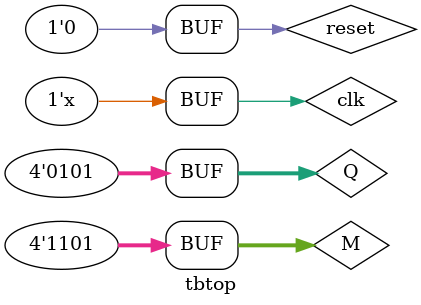
<source format=sv>
`timescale 1ns / 1ps


module tbtop(
    );

    reg clk = 1;
    reg reset = 0;
    reg signed [3:0] M;
    reg signed [3:0] Q;
    reg signed [7:0] fp;


    top uut(
        .clk(clk),
        .reset(reset),
        .multiplicandM(M),
        .multiplierQ(Q),
        .finproduct(fp)
    );



    //Simulate the CLOCK
    always #1
    clk = ~clk;

    initial begin
        reset <= 1'b0; //reset
        #1;
        reset <= 1'b1;
        #1;
        reset <= 1'b0;
        #1;
        M = 4'b1101;
        Q = 4'b0101;
        #1;
        
    end
endmodule

</source>
